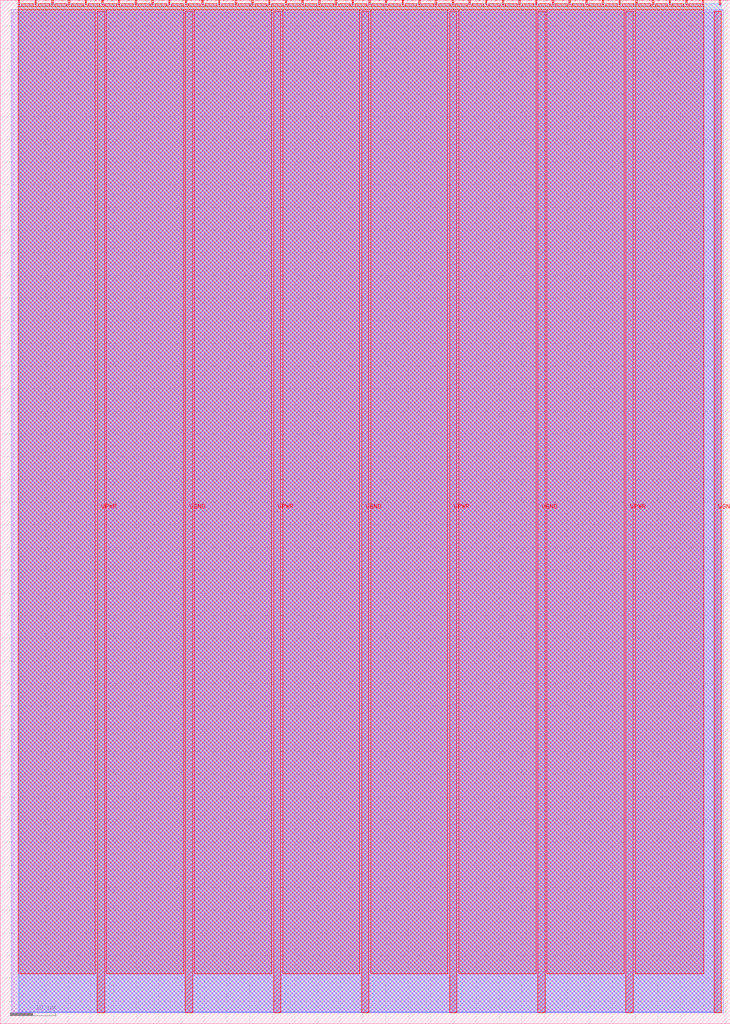
<source format=lef>
VERSION 5.7 ;
  NOWIREEXTENSIONATPIN ON ;
  DIVIDERCHAR "/" ;
  BUSBITCHARS "[]" ;
MACRO tt_um_histefan_top
  CLASS BLOCK ;
  FOREIGN tt_um_histefan_top ;
  ORIGIN 0.000 0.000 ;
  SIZE 161.000 BY 225.760 ;
  PIN VGND
    DIRECTION INOUT ;
    USE GROUND ;
    PORT
      LAYER met4 ;
        RECT 40.830 2.480 42.430 223.280 ;
    END
    PORT
      LAYER met4 ;
        RECT 79.700 2.480 81.300 223.280 ;
    END
    PORT
      LAYER met4 ;
        RECT 118.570 2.480 120.170 223.280 ;
    END
    PORT
      LAYER met4 ;
        RECT 157.440 2.480 159.040 223.280 ;
    END
  END VGND
  PIN VPWR
    DIRECTION INOUT ;
    USE POWER ;
    PORT
      LAYER met4 ;
        RECT 21.395 2.480 22.995 223.280 ;
    END
    PORT
      LAYER met4 ;
        RECT 60.265 2.480 61.865 223.280 ;
    END
    PORT
      LAYER met4 ;
        RECT 99.135 2.480 100.735 223.280 ;
    END
    PORT
      LAYER met4 ;
        RECT 138.005 2.480 139.605 223.280 ;
    END
  END VPWR
  PIN clk
    DIRECTION INPUT ;
    USE SIGNAL ;
    ANTENNAGATEAREA 0.852000 ;
    PORT
      LAYER met4 ;
        RECT 154.870 224.760 155.170 225.760 ;
    END
  END clk
  PIN ena
    DIRECTION INPUT ;
    USE SIGNAL ;
    PORT
      LAYER met4 ;
        RECT 158.550 224.760 158.850 225.760 ;
    END
  END ena
  PIN rst_n
    DIRECTION INPUT ;
    USE SIGNAL ;
    ANTENNAGATEAREA 0.126000 ;
    PORT
      LAYER met4 ;
        RECT 151.190 224.760 151.490 225.760 ;
    END
  END rst_n
  PIN ui_in[0]
    DIRECTION INPUT ;
    USE SIGNAL ;
    PORT
      LAYER met4 ;
        RECT 147.510 224.760 147.810 225.760 ;
    END
  END ui_in[0]
  PIN ui_in[1]
    DIRECTION INPUT ;
    USE SIGNAL ;
    PORT
      LAYER met4 ;
        RECT 143.830 224.760 144.130 225.760 ;
    END
  END ui_in[1]
  PIN ui_in[2]
    DIRECTION INPUT ;
    USE SIGNAL ;
    PORT
      LAYER met4 ;
        RECT 140.150 224.760 140.450 225.760 ;
    END
  END ui_in[2]
  PIN ui_in[3]
    DIRECTION INPUT ;
    USE SIGNAL ;
    PORT
      LAYER met4 ;
        RECT 136.470 224.760 136.770 225.760 ;
    END
  END ui_in[3]
  PIN ui_in[4]
    DIRECTION INPUT ;
    USE SIGNAL ;
    ANTENNAGATEAREA 0.196500 ;
    PORT
      LAYER met4 ;
        RECT 132.790 224.760 133.090 225.760 ;
    END
  END ui_in[4]
  PIN ui_in[5]
    DIRECTION INPUT ;
    USE SIGNAL ;
    ANTENNAGATEAREA 0.196500 ;
    PORT
      LAYER met4 ;
        RECT 129.110 224.760 129.410 225.760 ;
    END
  END ui_in[5]
  PIN ui_in[6]
    DIRECTION INPUT ;
    USE SIGNAL ;
    ANTENNAGATEAREA 0.196500 ;
    PORT
      LAYER met4 ;
        RECT 125.430 224.760 125.730 225.760 ;
    END
  END ui_in[6]
  PIN ui_in[7]
    DIRECTION INPUT ;
    USE SIGNAL ;
    ANTENNAGATEAREA 0.196500 ;
    PORT
      LAYER met4 ;
        RECT 121.750 224.760 122.050 225.760 ;
    END
  END ui_in[7]
  PIN uio_in[0]
    DIRECTION INPUT ;
    USE SIGNAL ;
    PORT
      LAYER met4 ;
        RECT 118.070 224.760 118.370 225.760 ;
    END
  END uio_in[0]
  PIN uio_in[1]
    DIRECTION INPUT ;
    USE SIGNAL ;
    PORT
      LAYER met4 ;
        RECT 114.390 224.760 114.690 225.760 ;
    END
  END uio_in[1]
  PIN uio_in[2]
    DIRECTION INPUT ;
    USE SIGNAL ;
    PORT
      LAYER met4 ;
        RECT 110.710 224.760 111.010 225.760 ;
    END
  END uio_in[2]
  PIN uio_in[3]
    DIRECTION INPUT ;
    USE SIGNAL ;
    PORT
      LAYER met4 ;
        RECT 107.030 224.760 107.330 225.760 ;
    END
  END uio_in[3]
  PIN uio_in[4]
    DIRECTION INPUT ;
    USE SIGNAL ;
    PORT
      LAYER met4 ;
        RECT 103.350 224.760 103.650 225.760 ;
    END
  END uio_in[4]
  PIN uio_in[5]
    DIRECTION INPUT ;
    USE SIGNAL ;
    PORT
      LAYER met4 ;
        RECT 99.670 224.760 99.970 225.760 ;
    END
  END uio_in[5]
  PIN uio_in[6]
    DIRECTION INPUT ;
    USE SIGNAL ;
    PORT
      LAYER met4 ;
        RECT 95.990 224.760 96.290 225.760 ;
    END
  END uio_in[6]
  PIN uio_in[7]
    DIRECTION INPUT ;
    USE SIGNAL ;
    PORT
      LAYER met4 ;
        RECT 92.310 224.760 92.610 225.760 ;
    END
  END uio_in[7]
  PIN uio_oe[0]
    DIRECTION OUTPUT TRISTATE ;
    USE SIGNAL ;
    PORT
      LAYER met4 ;
        RECT 29.750 224.760 30.050 225.760 ;
    END
  END uio_oe[0]
  PIN uio_oe[1]
    DIRECTION OUTPUT TRISTATE ;
    USE SIGNAL ;
    PORT
      LAYER met4 ;
        RECT 26.070 224.760 26.370 225.760 ;
    END
  END uio_oe[1]
  PIN uio_oe[2]
    DIRECTION OUTPUT TRISTATE ;
    USE SIGNAL ;
    PORT
      LAYER met4 ;
        RECT 22.390 224.760 22.690 225.760 ;
    END
  END uio_oe[2]
  PIN uio_oe[3]
    DIRECTION OUTPUT TRISTATE ;
    USE SIGNAL ;
    PORT
      LAYER met4 ;
        RECT 18.710 224.760 19.010 225.760 ;
    END
  END uio_oe[3]
  PIN uio_oe[4]
    DIRECTION OUTPUT TRISTATE ;
    USE SIGNAL ;
    PORT
      LAYER met4 ;
        RECT 15.030 224.760 15.330 225.760 ;
    END
  END uio_oe[4]
  PIN uio_oe[5]
    DIRECTION OUTPUT TRISTATE ;
    USE SIGNAL ;
    PORT
      LAYER met4 ;
        RECT 11.350 224.760 11.650 225.760 ;
    END
  END uio_oe[5]
  PIN uio_oe[6]
    DIRECTION OUTPUT TRISTATE ;
    USE SIGNAL ;
    PORT
      LAYER met4 ;
        RECT 7.670 224.760 7.970 225.760 ;
    END
  END uio_oe[6]
  PIN uio_oe[7]
    DIRECTION OUTPUT TRISTATE ;
    USE SIGNAL ;
    PORT
      LAYER met4 ;
        RECT 3.990 224.760 4.290 225.760 ;
    END
  END uio_oe[7]
  PIN uio_out[0]
    DIRECTION OUTPUT TRISTATE ;
    USE SIGNAL ;
    PORT
      LAYER met4 ;
        RECT 59.190 224.760 59.490 225.760 ;
    END
  END uio_out[0]
  PIN uio_out[1]
    DIRECTION OUTPUT TRISTATE ;
    USE SIGNAL ;
    PORT
      LAYER met4 ;
        RECT 55.510 224.760 55.810 225.760 ;
    END
  END uio_out[1]
  PIN uio_out[2]
    DIRECTION OUTPUT TRISTATE ;
    USE SIGNAL ;
    PORT
      LAYER met4 ;
        RECT 51.830 224.760 52.130 225.760 ;
    END
  END uio_out[2]
  PIN uio_out[3]
    DIRECTION OUTPUT TRISTATE ;
    USE SIGNAL ;
    PORT
      LAYER met4 ;
        RECT 48.150 224.760 48.450 225.760 ;
    END
  END uio_out[3]
  PIN uio_out[4]
    DIRECTION OUTPUT TRISTATE ;
    USE SIGNAL ;
    PORT
      LAYER met4 ;
        RECT 44.470 224.760 44.770 225.760 ;
    END
  END uio_out[4]
  PIN uio_out[5]
    DIRECTION OUTPUT TRISTATE ;
    USE SIGNAL ;
    PORT
      LAYER met4 ;
        RECT 40.790 224.760 41.090 225.760 ;
    END
  END uio_out[5]
  PIN uio_out[6]
    DIRECTION OUTPUT TRISTATE ;
    USE SIGNAL ;
    PORT
      LAYER met4 ;
        RECT 37.110 224.760 37.410 225.760 ;
    END
  END uio_out[6]
  PIN uio_out[7]
    DIRECTION OUTPUT TRISTATE ;
    USE SIGNAL ;
    PORT
      LAYER met4 ;
        RECT 33.430 224.760 33.730 225.760 ;
    END
  END uio_out[7]
  PIN uo_out[0]
    DIRECTION OUTPUT TRISTATE ;
    USE SIGNAL ;
    ANTENNADIFFAREA 0.795200 ;
    PORT
      LAYER met4 ;
        RECT 88.630 224.760 88.930 225.760 ;
    END
  END uo_out[0]
  PIN uo_out[1]
    DIRECTION OUTPUT TRISTATE ;
    USE SIGNAL ;
    ANTENNADIFFAREA 0.795200 ;
    PORT
      LAYER met4 ;
        RECT 84.950 224.760 85.250 225.760 ;
    END
  END uo_out[1]
  PIN uo_out[2]
    DIRECTION OUTPUT TRISTATE ;
    USE SIGNAL ;
    ANTENNADIFFAREA 0.795200 ;
    PORT
      LAYER met4 ;
        RECT 81.270 224.760 81.570 225.760 ;
    END
  END uo_out[2]
  PIN uo_out[3]
    DIRECTION OUTPUT TRISTATE ;
    USE SIGNAL ;
    ANTENNADIFFAREA 0.795200 ;
    PORT
      LAYER met4 ;
        RECT 77.590 224.760 77.890 225.760 ;
    END
  END uo_out[3]
  PIN uo_out[4]
    DIRECTION OUTPUT TRISTATE ;
    USE SIGNAL ;
    ANTENNAGATEAREA 0.213000 ;
    ANTENNADIFFAREA 0.891000 ;
    PORT
      LAYER met4 ;
        RECT 73.910 224.760 74.210 225.760 ;
    END
  END uo_out[4]
  PIN uo_out[5]
    DIRECTION OUTPUT TRISTATE ;
    USE SIGNAL ;
    ANTENNAGATEAREA 0.213000 ;
    ANTENNADIFFAREA 0.891000 ;
    PORT
      LAYER met4 ;
        RECT 70.230 224.760 70.530 225.760 ;
    END
  END uo_out[5]
  PIN uo_out[6]
    DIRECTION OUTPUT TRISTATE ;
    USE SIGNAL ;
    ANTENNAGATEAREA 0.708000 ;
    ANTENNADIFFAREA 0.891000 ;
    PORT
      LAYER met4 ;
        RECT 66.550 224.760 66.850 225.760 ;
    END
  END uo_out[6]
  PIN uo_out[7]
    DIRECTION OUTPUT TRISTATE ;
    USE SIGNAL ;
    ANTENNADIFFAREA 0.795200 ;
    PORT
      LAYER met4 ;
        RECT 62.870 224.760 63.170 225.760 ;
    END
  END uo_out[7]
  OBS
      LAYER li1 ;
        RECT 2.760 2.635 158.240 223.125 ;
      LAYER met1 ;
        RECT 2.460 2.480 159.460 223.680 ;
      LAYER met2 ;
        RECT 4.230 2.535 159.010 224.925 ;
      LAYER met3 ;
        RECT 3.950 2.555 159.030 224.905 ;
      LAYER met4 ;
        RECT 4.690 224.360 7.270 224.905 ;
        RECT 8.370 224.360 10.950 224.905 ;
        RECT 12.050 224.360 14.630 224.905 ;
        RECT 15.730 224.360 18.310 224.905 ;
        RECT 19.410 224.360 21.990 224.905 ;
        RECT 23.090 224.360 25.670 224.905 ;
        RECT 26.770 224.360 29.350 224.905 ;
        RECT 30.450 224.360 33.030 224.905 ;
        RECT 34.130 224.360 36.710 224.905 ;
        RECT 37.810 224.360 40.390 224.905 ;
        RECT 41.490 224.360 44.070 224.905 ;
        RECT 45.170 224.360 47.750 224.905 ;
        RECT 48.850 224.360 51.430 224.905 ;
        RECT 52.530 224.360 55.110 224.905 ;
        RECT 56.210 224.360 58.790 224.905 ;
        RECT 59.890 224.360 62.470 224.905 ;
        RECT 63.570 224.360 66.150 224.905 ;
        RECT 67.250 224.360 69.830 224.905 ;
        RECT 70.930 224.360 73.510 224.905 ;
        RECT 74.610 224.360 77.190 224.905 ;
        RECT 78.290 224.360 80.870 224.905 ;
        RECT 81.970 224.360 84.550 224.905 ;
        RECT 85.650 224.360 88.230 224.905 ;
        RECT 89.330 224.360 91.910 224.905 ;
        RECT 93.010 224.360 95.590 224.905 ;
        RECT 96.690 224.360 99.270 224.905 ;
        RECT 100.370 224.360 102.950 224.905 ;
        RECT 104.050 224.360 106.630 224.905 ;
        RECT 107.730 224.360 110.310 224.905 ;
        RECT 111.410 224.360 113.990 224.905 ;
        RECT 115.090 224.360 117.670 224.905 ;
        RECT 118.770 224.360 121.350 224.905 ;
        RECT 122.450 224.360 125.030 224.905 ;
        RECT 126.130 224.360 128.710 224.905 ;
        RECT 129.810 224.360 132.390 224.905 ;
        RECT 133.490 224.360 136.070 224.905 ;
        RECT 137.170 224.360 139.750 224.905 ;
        RECT 140.850 224.360 143.430 224.905 ;
        RECT 144.530 224.360 147.110 224.905 ;
        RECT 148.210 224.360 150.790 224.905 ;
        RECT 151.890 224.360 154.470 224.905 ;
        RECT 3.975 223.680 155.185 224.360 ;
        RECT 3.975 11.055 20.995 223.680 ;
        RECT 23.395 11.055 40.430 223.680 ;
        RECT 42.830 11.055 59.865 223.680 ;
        RECT 62.265 11.055 79.300 223.680 ;
        RECT 81.700 11.055 98.735 223.680 ;
        RECT 101.135 11.055 118.170 223.680 ;
        RECT 120.570 11.055 137.605 223.680 ;
        RECT 140.005 11.055 155.185 223.680 ;
  END
END tt_um_histefan_top
END LIBRARY


</source>
